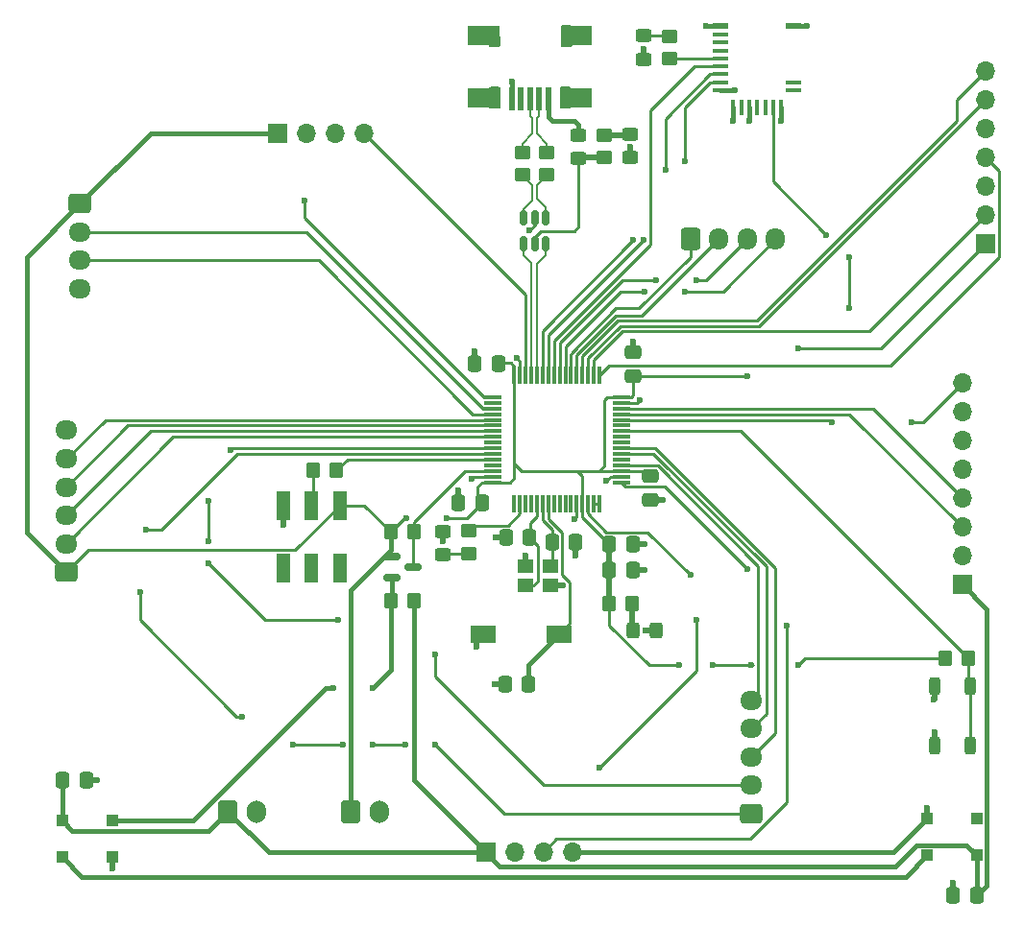
<source format=gbr>
%TF.GenerationSoftware,KiCad,Pcbnew,9.0.0*%
%TF.CreationDate,2025-05-06T12:21:15-06:00*%
%TF.ProjectId,2025_04_STM32F103_RobotBrain,32303235-5f30-4345-9f53-544d33324631,rev?*%
%TF.SameCoordinates,Original*%
%TF.FileFunction,Copper,L1,Top*%
%TF.FilePolarity,Positive*%
%FSLAX46Y46*%
G04 Gerber Fmt 4.6, Leading zero omitted, Abs format (unit mm)*
G04 Created by KiCad (PCBNEW 9.0.0) date 2025-05-06 12:21:15*
%MOMM*%
%LPD*%
G01*
G04 APERTURE LIST*
G04 Aperture macros list*
%AMRoundRect*
0 Rectangle with rounded corners*
0 $1 Rounding radius*
0 $2 $3 $4 $5 $6 $7 $8 $9 X,Y pos of 4 corners*
0 Add a 4 corners polygon primitive as box body*
4,1,4,$2,$3,$4,$5,$6,$7,$8,$9,$2,$3,0*
0 Add four circle primitives for the rounded corners*
1,1,$1+$1,$2,$3*
1,1,$1+$1,$4,$5*
1,1,$1+$1,$6,$7*
1,1,$1+$1,$8,$9*
0 Add four rect primitives between the rounded corners*
20,1,$1+$1,$2,$3,$4,$5,0*
20,1,$1+$1,$4,$5,$6,$7,0*
20,1,$1+$1,$6,$7,$8,$9,0*
20,1,$1+$1,$8,$9,$2,$3,0*%
G04 Aperture macros list end*
%TA.AperFunction,SMDPad,CuDef*%
%ADD10RoundRect,0.250000X-0.450000X0.350000X-0.450000X-0.350000X0.450000X-0.350000X0.450000X0.350000X0*%
%TD*%
%TA.AperFunction,SMDPad,CuDef*%
%ADD11RoundRect,0.075000X0.075000X-0.700000X0.075000X0.700000X-0.075000X0.700000X-0.075000X-0.700000X0*%
%TD*%
%TA.AperFunction,SMDPad,CuDef*%
%ADD12RoundRect,0.075000X0.700000X-0.075000X0.700000X0.075000X-0.700000X0.075000X-0.700000X-0.075000X0*%
%TD*%
%TA.AperFunction,SMDPad,CuDef*%
%ADD13RoundRect,0.250000X0.350000X0.450000X-0.350000X0.450000X-0.350000X-0.450000X0.350000X-0.450000X0*%
%TD*%
%TA.AperFunction,SMDPad,CuDef*%
%ADD14RoundRect,0.250000X0.450000X-0.350000X0.450000X0.350000X-0.450000X0.350000X-0.450000X-0.350000X0*%
%TD*%
%TA.AperFunction,SMDPad,CuDef*%
%ADD15RoundRect,0.250000X-0.337500X-0.475000X0.337500X-0.475000X0.337500X0.475000X-0.337500X0.475000X0*%
%TD*%
%TA.AperFunction,ComponentPad*%
%ADD16RoundRect,0.250000X-0.600000X-0.750000X0.600000X-0.750000X0.600000X0.750000X-0.600000X0.750000X0*%
%TD*%
%TA.AperFunction,ComponentPad*%
%ADD17O,1.700000X2.000000*%
%TD*%
%TA.AperFunction,ComponentPad*%
%ADD18R,1.700000X1.700000*%
%TD*%
%TA.AperFunction,ComponentPad*%
%ADD19O,1.700000X1.700000*%
%TD*%
%TA.AperFunction,ComponentPad*%
%ADD20RoundRect,0.250000X0.725000X-0.600000X0.725000X0.600000X-0.725000X0.600000X-0.725000X-0.600000X0*%
%TD*%
%TA.AperFunction,ComponentPad*%
%ADD21O,1.950000X1.700000*%
%TD*%
%TA.AperFunction,SMDPad,CuDef*%
%ADD22RoundRect,0.250000X0.450000X-0.325000X0.450000X0.325000X-0.450000X0.325000X-0.450000X-0.325000X0*%
%TD*%
%TA.AperFunction,SMDPad,CuDef*%
%ADD23RoundRect,0.150000X-0.587500X-0.150000X0.587500X-0.150000X0.587500X0.150000X-0.587500X0.150000X0*%
%TD*%
%TA.AperFunction,SMDPad,CuDef*%
%ADD24RoundRect,0.250000X-0.450000X0.325000X-0.450000X-0.325000X0.450000X-0.325000X0.450000X0.325000X0*%
%TD*%
%TA.AperFunction,SMDPad,CuDef*%
%ADD25RoundRect,0.250000X-0.350000X-0.450000X0.350000X-0.450000X0.350000X0.450000X-0.350000X0.450000X0*%
%TD*%
%TA.AperFunction,SMDPad,CuDef*%
%ADD26R,1.000000X1.000000*%
%TD*%
%TA.AperFunction,SMDPad,CuDef*%
%ADD27RoundRect,0.250000X0.337500X0.475000X-0.337500X0.475000X-0.337500X-0.475000X0.337500X-0.475000X0*%
%TD*%
%TA.AperFunction,ComponentPad*%
%ADD28RoundRect,0.250000X-0.725000X0.600000X-0.725000X-0.600000X0.725000X-0.600000X0.725000X0.600000X0*%
%TD*%
%TA.AperFunction,SMDPad,CuDef*%
%ADD29R,1.400000X0.600000*%
%TD*%
%TA.AperFunction,SMDPad,CuDef*%
%ADD30R,1.400000X0.400000*%
%TD*%
%TA.AperFunction,SMDPad,CuDef*%
%ADD31R,0.400000X1.400000*%
%TD*%
%TA.AperFunction,SMDPad,CuDef*%
%ADD32RoundRect,0.250000X-0.475000X0.337500X-0.475000X-0.337500X0.475000X-0.337500X0.475000X0.337500X0*%
%TD*%
%TA.AperFunction,SMDPad,CuDef*%
%ADD33RoundRect,0.150000X-0.150000X0.512500X-0.150000X-0.512500X0.150000X-0.512500X0.150000X0.512500X0*%
%TD*%
%TA.AperFunction,ComponentPad*%
%ADD34RoundRect,0.250000X-0.600000X-0.725000X0.600000X-0.725000X0.600000X0.725000X-0.600000X0.725000X0*%
%TD*%
%TA.AperFunction,ComponentPad*%
%ADD35O,1.700000X1.950000*%
%TD*%
%TA.AperFunction,SMDPad,CuDef*%
%ADD36R,1.400000X1.200000*%
%TD*%
%TA.AperFunction,SMDPad,CuDef*%
%ADD37R,2.300000X1.500000*%
%TD*%
%TA.AperFunction,SMDPad,CuDef*%
%ADD38RoundRect,0.250000X0.325000X0.450000X-0.325000X0.450000X-0.325000X-0.450000X0.325000X-0.450000X0*%
%TD*%
%TA.AperFunction,SMDPad,CuDef*%
%ADD39RoundRect,0.250000X0.475000X-0.337500X0.475000X0.337500X-0.475000X0.337500X-0.475000X-0.337500X0*%
%TD*%
%TA.AperFunction,SMDPad,CuDef*%
%ADD40RoundRect,0.250000X-0.250000X0.525000X-0.250000X-0.525000X0.250000X-0.525000X0.250000X0.525000X0*%
%TD*%
%TA.AperFunction,SMDPad,CuDef*%
%ADD41R,1.200000X2.500000*%
%TD*%
%TA.AperFunction,SMDPad,CuDef*%
%ADD42R,0.500000X2.000000*%
%TD*%
%TA.AperFunction,SMDPad,CuDef*%
%ADD43R,2.000000X1.700000*%
%TD*%
%TA.AperFunction,ViaPad*%
%ADD44C,0.600000*%
%TD*%
%TA.AperFunction,Conductor*%
%ADD45C,0.254000*%
%TD*%
%TA.AperFunction,Conductor*%
%ADD46C,0.381000*%
%TD*%
%TA.AperFunction,Conductor*%
%ADD47C,0.508000*%
%TD*%
%TA.AperFunction,Conductor*%
%ADD48C,0.200000*%
%TD*%
G04 APERTURE END LIST*
D10*
%TO.P,R2,1*%
%TO.N,/D+*%
X137680000Y-41715000D03*
%TO.P,R2,2*%
%TO.N,/USB_CONN_D+*%
X137680000Y-43715000D03*
%TD*%
D11*
%TO.P,U1,1,VBAT*%
%TO.N,unconnected-(U1-VBAT-Pad1)*%
X136990000Y-72760000D03*
%TO.P,U1,2,PC13*%
%TO.N,/USER_LED*%
X137490000Y-72760000D03*
%TO.P,U1,3,PC14*%
%TO.N,unconnected-(U1-PC14-Pad3)*%
X137990000Y-72760000D03*
%TO.P,U1,4,PC15*%
%TO.N,unconnected-(U1-PC15-Pad4)*%
X138490000Y-72760000D03*
%TO.P,U1,5,RCC_OSC_IN*%
%TO.N,/OSC_IN*%
X138990000Y-72760000D03*
%TO.P,U1,6,RCC_OSC_OUT*%
%TO.N,/OSC_OUT*%
X139490000Y-72760000D03*
%TO.P,U1,7,NRST*%
%TO.N,/RESET*%
X139990000Y-72760000D03*
%TO.P,U1,8,PC0*%
%TO.N,unconnected-(U1-PC0-Pad8)*%
X140490000Y-72760000D03*
%TO.P,U1,9,PC1*%
%TO.N,unconnected-(U1-PC1-Pad9)*%
X140990000Y-72760000D03*
%TO.P,U1,10,PC2*%
%TO.N,unconnected-(U1-PC2-Pad10)*%
X141490000Y-72760000D03*
%TO.P,U1,11,PC3*%
%TO.N,unconnected-(U1-PC3-Pad11)*%
X141990000Y-72760000D03*
%TO.P,U1,12,VSSA*%
%TO.N,GND*%
X142490000Y-72760000D03*
%TO.P,U1,13,VDDA*%
%TO.N,+3V3*%
X142990000Y-72760000D03*
%TO.P,U1,14,PA0*%
%TO.N,/ULTRA_TRIG*%
X143490000Y-72760000D03*
%TO.P,U1,15,PA1*%
%TO.N,Net-(U1-PA1)*%
X143990000Y-72760000D03*
%TO.P,U1,16,PA2*%
X144490000Y-72760000D03*
D12*
%TO.P,U1,17,PA3*%
%TO.N,/ULTRA_ECHO*%
X146415000Y-70835000D03*
%TO.P,U1,18,VSS*%
%TO.N,GND*%
X146415000Y-70335000D03*
%TO.P,U1,19,VDD*%
%TO.N,+3V3*%
X146415000Y-69835000D03*
%TO.P,U1,20,PA4*%
%TO.N,/PWR_ADC*%
X146415000Y-69335000D03*
%TO.P,U1,21,PA5*%
%TO.N,unconnected-(U1-PA5-Pad21)*%
X146415000Y-68835000D03*
%TO.P,U1,22,PA6*%
%TO.N,/E1B*%
X146415000Y-68335000D03*
%TO.P,U1,23,PA7*%
%TO.N,/E1A*%
X146415000Y-67835000D03*
%TO.P,U1,24,PC4*%
%TO.N,unconnected-(U1-PC4-Pad24)*%
X146415000Y-67335000D03*
%TO.P,U1,25,PC5*%
%TO.N,unconnected-(U1-PC5-Pad25)*%
X146415000Y-66835000D03*
%TO.P,U1,26,PB0*%
%TO.N,/uBUTTON*%
X146415000Y-66335000D03*
%TO.P,U1,27,PB1*%
%TO.N,unconnected-(U1-PB1-Pad27)*%
X146415000Y-65835000D03*
%TO.P,U1,28,PB2*%
%TO.N,/IMU_INT*%
X146415000Y-65335000D03*
%TO.P,U1,29,PB10*%
%TO.N,/IMU_I2C_SCL*%
X146415000Y-64835000D03*
%TO.P,U1,30,PB11*%
%TO.N,/IMU_I2C_SDA*%
X146415000Y-64335000D03*
%TO.P,U1,31,VSS*%
%TO.N,GND*%
X146415000Y-63835000D03*
%TO.P,U1,32,VDD*%
%TO.N,+3V3*%
X146415000Y-63335000D03*
D11*
%TO.P,U1,33,PB12*%
%TO.N,/PS2_CS*%
X144490000Y-61410000D03*
%TO.P,U1,34,PB13*%
%TO.N,/PS2_SCK*%
X143990000Y-61410000D03*
%TO.P,U1,35,PB14*%
%TO.N,/PS2_MISO*%
X143490000Y-61410000D03*
%TO.P,U1,36,PB15*%
%TO.N,/PS2_MOSI*%
X142990000Y-61410000D03*
%TO.P,U1,37,PC6*%
%TO.N,/AN1*%
X142490000Y-61410000D03*
%TO.P,U1,38,PC7*%
%TO.N,/AN2*%
X141990000Y-61410000D03*
%TO.P,U1,39,PC8*%
%TO.N,/BN1*%
X141490000Y-61410000D03*
%TO.P,U1,40,PC9*%
%TO.N,/BN2*%
X140990000Y-61410000D03*
%TO.P,U1,41,PA8*%
%TO.N,/BL_WAKEUP*%
X140490000Y-61410000D03*
%TO.P,U1,42,PA9*%
%TO.N,/BL_RX*%
X139990000Y-61410000D03*
%TO.P,U1,43,PA10*%
%TO.N,/BL_TX*%
X139490000Y-61410000D03*
%TO.P,U1,44,USB_DM*%
%TO.N,/USB_D-*%
X138990000Y-61410000D03*
%TO.P,U1,45,USB_DP*%
%TO.N,/USB_D+*%
X138490000Y-61410000D03*
%TO.P,U1,46,SYS_JTMS-SWDIO*%
%TO.N,/SWDIO*%
X137990000Y-61410000D03*
%TO.P,U1,47,VSS*%
%TO.N,GND*%
X137490000Y-61410000D03*
%TO.P,U1,48,VDD*%
%TO.N,+3V3*%
X136990000Y-61410000D03*
D12*
%TO.P,U1,49,SYS_JTCK-SWCLK*%
%TO.N,/SWCLK*%
X135065000Y-63335000D03*
%TO.P,U1,50,PA15*%
%TO.N,unconnected-(U1-PA15-Pad50)*%
X135065000Y-63835000D03*
%TO.P,U1,51,PC10*%
%TO.N,/USER_TX*%
X135065000Y-64335000D03*
%TO.P,U1,52,PC11*%
%TO.N,/USER_RX*%
X135065000Y-64835000D03*
%TO.P,U1,53,PC12*%
%TO.N,/X4*%
X135065000Y-65335000D03*
%TO.P,U1,54,PD2*%
%TO.N,/X3*%
X135065000Y-65835000D03*
%TO.P,U1,55,PB3*%
%TO.N,/X2*%
X135065000Y-66335000D03*
%TO.P,U1,56,PB4*%
%TO.N,/X1*%
X135065000Y-66835000D03*
%TO.P,U1,57,PB5*%
%TO.N,unconnected-(U1-PB5-Pad57)*%
X135065000Y-67335000D03*
%TO.P,U1,58,PB6*%
%TO.N,/E2B*%
X135065000Y-67835000D03*
%TO.P,U1,59,PB7*%
%TO.N,/E2A*%
X135065000Y-68335000D03*
%TO.P,U1,60,BOOT0*%
%TO.N,/BOOT*%
X135065000Y-68835000D03*
%TO.P,U1,61,PB8*%
%TO.N,unconnected-(U1-PB8-Pad61)*%
X135065000Y-69335000D03*
%TO.P,U1,62,PB9*%
%TO.N,/RGB_DIN*%
X135065000Y-69835000D03*
%TO.P,U1,63,VSS*%
%TO.N,GND*%
X135065000Y-70335000D03*
%TO.P,U1,64,VDD*%
%TO.N,+3V3*%
X135065000Y-70835000D03*
%TD*%
D13*
%TO.P,R9,1*%
%TO.N,+5V*%
X128117500Y-81300000D03*
%TO.P,R9,2*%
%TO.N,Net-(LED1-DIN)*%
X126117500Y-81300000D03*
%TD*%
D14*
%TO.P,R3,1*%
%TO.N,/USB_CONN_D-*%
X139860000Y-43735000D03*
%TO.P,R3,2*%
%TO.N,/D-*%
X139860000Y-41735000D03*
%TD*%
D15*
%TO.P,C12,1*%
%TO.N,+5V*%
X97200000Y-97150000D03*
%TO.P,C12,2*%
%TO.N,GND*%
X99275000Y-97150000D03*
%TD*%
D16*
%TO.P,J6,1,Pin_1*%
%TO.N,+3V3*%
X122580000Y-99900000D03*
D17*
%TO.P,J6,2,Pin_2*%
%TO.N,GND*%
X125080000Y-99900000D03*
%TD*%
D18*
%TO.P,J9,1,Pin_1*%
%TO.N,+3V3*%
X178500000Y-49800000D03*
D19*
%TO.P,J9,2,Pin_2*%
%TO.N,/PS2_SCK*%
X178500000Y-47260000D03*
%TO.P,J9,3,Pin_3*%
%TO.N,unconnected-(J9-Pin_3-Pad3)*%
X178500000Y-44720000D03*
%TO.P,J9,4,Pin_4*%
%TO.N,/PS2_CS*%
X178500000Y-42180000D03*
%TO.P,J9,5,Pin_5*%
%TO.N,GND*%
X178500000Y-39640000D03*
%TO.P,J9,6,Pin_6*%
%TO.N,/PS2_MISO*%
X178500000Y-37100000D03*
%TO.P,J9,7,Pin_7*%
%TO.N,/PS2_MOSI*%
X178500000Y-34560000D03*
%TD*%
D20*
%TO.P,J8,1,Pin_1*%
%TO.N,/E2A*%
X157890000Y-100070000D03*
D21*
%TO.P,J8,2,Pin_2*%
%TO.N,/E2B*%
X157890000Y-97570000D03*
%TO.P,J8,3,Pin_3*%
%TO.N,/E1A*%
X157890000Y-95070000D03*
%TO.P,J8,4,Pin_4*%
%TO.N,/E1B*%
X157890000Y-92570000D03*
%TO.P,J8,5,Pin_5*%
%TO.N,/PWR_ADC*%
X157890000Y-90070000D03*
%TD*%
D18*
%TO.P,J2,1,Pin_1*%
%TO.N,+5V*%
X176465000Y-79835000D03*
D19*
%TO.P,J2,2,Pin_2*%
%TO.N,GND*%
X176465000Y-77295000D03*
%TO.P,J2,3,Pin_3*%
%TO.N,/IMU_I2C_SCL*%
X176465000Y-74755000D03*
%TO.P,J2,4,Pin_4*%
%TO.N,/IMU_I2C_SDA*%
X176465000Y-72215000D03*
%TO.P,J2,5,Pin_5*%
%TO.N,unconnected-(J2-Pin_5-Pad5)*%
X176465000Y-69675000D03*
%TO.P,J2,6,Pin_6*%
%TO.N,unconnected-(J2-Pin_6-Pad6)*%
X176465000Y-67135000D03*
%TO.P,J2,7,Pin_7*%
%TO.N,unconnected-(J2-Pin_7-Pad7)*%
X176465000Y-64595000D03*
%TO.P,J2,8,Pin_8*%
%TO.N,/IMU_INT*%
X176465000Y-62055000D03*
%TD*%
D22*
%TO.P,D4,1,K*%
%TO.N,GND*%
X148410000Y-33500000D03*
%TO.P,D4,2,A*%
%TO.N,Net-(D4-A)*%
X148410000Y-31450000D03*
%TD*%
D23*
%TO.P,Q1,1,G*%
%TO.N,+3V3*%
X126210000Y-77360000D03*
%TO.P,Q1,2,S*%
%TO.N,Net-(LED1-DIN)*%
X126210000Y-79260000D03*
%TO.P,Q1,3,D*%
%TO.N,/RGB_DIN*%
X128085000Y-78310000D03*
%TD*%
D24*
%TO.P,D3,1,K*%
%TO.N,GND*%
X130690000Y-75155000D03*
%TO.P,D3,2,A*%
%TO.N,Net-(D3-A)*%
X130690000Y-77205000D03*
%TD*%
D25*
%TO.P,R5,1*%
%TO.N,+3V3*%
X145347500Y-81570000D03*
%TO.P,R5,2*%
%TO.N,Net-(D2-A)*%
X147347500Y-81570000D03*
%TD*%
D26*
%TO.P,LED1,1,VDD*%
%TO.N,+5V*%
X97150000Y-100700000D03*
%TO.P,LED1,2,DOUT*%
%TO.N,Net-(LED1-DOUT)*%
X97150000Y-103900000D03*
%TO.P,LED1,3,VSS*%
%TO.N,GND*%
X101550000Y-103900000D03*
%TO.P,LED1,4,DIN*%
%TO.N,Net-(LED1-DIN)*%
X101550000Y-100700000D03*
%TD*%
D24*
%TO.P,F1,1*%
%TO.N,Net-(J1-VBUS)*%
X142670000Y-40210000D03*
%TO.P,F1,2*%
%TO.N,Vusb*%
X142670000Y-42260000D03*
%TD*%
D27*
%TO.P,C9,1*%
%TO.N,/OSC_IN*%
X138337500Y-75730000D03*
%TO.P,C9,2*%
%TO.N,GND*%
X136262500Y-75730000D03*
%TD*%
D13*
%TO.P,R10,1*%
%TO.N,/RGB_DIN*%
X128117500Y-75210000D03*
%TO.P,R10,2*%
%TO.N,+3V3*%
X126117500Y-75210000D03*
%TD*%
D18*
%TO.P,J4,1,Pin_1*%
%TO.N,+3V3*%
X116160000Y-40040000D03*
D19*
%TO.P,J4,2,Pin_2*%
%TO.N,/SWCLK*%
X118700000Y-40040000D03*
%TO.P,J4,3,Pin_3*%
%TO.N,GND*%
X121240000Y-40040000D03*
%TO.P,J4,4,Pin_4*%
%TO.N,/SWDIO*%
X123780000Y-40040000D03*
%TD*%
D25*
%TO.P,R8,1*%
%TO.N,+3V3*%
X175000000Y-86410000D03*
%TO.P,R8,2*%
%TO.N,/uBUTTON*%
X177000000Y-86410000D03*
%TD*%
D28*
%TO.P,J11,1,Pin_1*%
%TO.N,+3V3*%
X98720000Y-46270000D03*
D21*
%TO.P,J11,2,Pin_2*%
%TO.N,/USER_TX*%
X98720000Y-48770000D03*
%TO.P,J11,3,Pin_3*%
%TO.N,/USER_RX*%
X98720000Y-51270000D03*
%TO.P,J11,4,Pin_4*%
%TO.N,GND*%
X98720000Y-53770000D03*
%TD*%
D29*
%TO.P,MDBT42T-AT1,1,GND@1*%
%TO.N,GND*%
X155200000Y-30540000D03*
D30*
%TO.P,MDBT42T-AT1,2,NC@2*%
%TO.N,unconnected-(MDBT42T-AT1-NC@2-Pad2)*%
X155200000Y-31340000D03*
%TO.P,MDBT42T-AT1,3,NC@3*%
%TO.N,unconnected-(MDBT42T-AT1-NC@3-Pad3)*%
X155200000Y-32040000D03*
%TO.P,MDBT42T-AT1,4,RESET*%
%TO.N,unconnected-(MDBT42T-AT1-RESET-Pad4)*%
X155200000Y-32740000D03*
%TO.P,MDBT42T-AT1,5,INDICATOR*%
%TO.N,Net-(MDBT42T-AT1-INDICATOR)*%
X155200000Y-33440000D03*
%TO.P,MDBT42T-AT1,6,WAKEUP*%
%TO.N,/BL_WAKEUP*%
X155200000Y-34140000D03*
%TO.P,MDBT42T-AT1,7,TX*%
%TO.N,/BL_TX*%
X155200000Y-34840000D03*
%TO.P,MDBT42T-AT1,8,RX*%
%TO.N,/BL_RX*%
X155200000Y-35540000D03*
%TO.P,MDBT42T-AT1,9,UART_PD*%
%TO.N,GND*%
X155200000Y-36240000D03*
D31*
%TO.P,MDBT42T-AT1,10,GND@10*%
X156300000Y-37740000D03*
%TO.P,MDBT42T-AT1,11,ADC*%
%TO.N,unconnected-(MDBT42T-AT1-ADC-Pad11)*%
X157000000Y-37740000D03*
%TO.P,MDBT42T-AT1,12,FLASH_DEFAULT*%
%TO.N,GND*%
X157700000Y-37740000D03*
%TO.P,MDBT42T-AT1,13,RTS/XL2*%
%TO.N,unconnected-(MDBT42T-AT1-RTS{slash}XL2-Pad13)*%
X158400000Y-37740000D03*
%TO.P,MDBT42T-AT1,14,CTS/XL1*%
%TO.N,unconnected-(MDBT42T-AT1-CTS{slash}XL1-Pad14)*%
X159100000Y-37740000D03*
%TO.P,MDBT42T-AT1,15,VDD*%
%TO.N,+3V3*%
X159800000Y-37740000D03*
%TO.P,MDBT42T-AT1,16,GND@16*%
%TO.N,GND*%
X160500000Y-37740000D03*
D30*
%TO.P,MDBT42T-AT1,17,DCC*%
%TO.N,unconnected-(MDBT42T-AT1-DCC-Pad17)*%
X161600000Y-36240000D03*
%TO.P,MDBT42T-AT1,18,DEC4*%
%TO.N,unconnected-(MDBT42T-AT1-DEC4-Pad18)*%
X161600000Y-35540000D03*
D29*
%TO.P,MDBT42T-AT1,19,GND@19*%
%TO.N,GND*%
X161600000Y-30540000D03*
%TD*%
D27*
%TO.P,C2,1*%
%TO.N,+3V3*%
X135577500Y-60340000D03*
%TO.P,C2,2*%
%TO.N,GND*%
X133502500Y-60340000D03*
%TD*%
D10*
%TO.P,R6,1*%
%TO.N,/USER_LED*%
X132960000Y-75150000D03*
%TO.P,R6,2*%
%TO.N,Net-(D3-A)*%
X132960000Y-77150000D03*
%TD*%
D14*
%TO.P,R7,1*%
%TO.N,Net-(MDBT42T-AT1-INDICATOR)*%
X150640000Y-33475000D03*
%TO.P,R7,2*%
%TO.N,Net-(D4-A)*%
X150640000Y-31475000D03*
%TD*%
D32*
%TO.P,C4,1*%
%TO.N,+3V3*%
X148960000Y-70302500D03*
%TO.P,C4,2*%
%TO.N,GND*%
X148960000Y-72377500D03*
%TD*%
D33*
%TO.P,U2,1,I/O1*%
%TO.N,/USB_CONN_D-*%
X139730000Y-47510000D03*
%TO.P,U2,2,GND*%
%TO.N,GND*%
X138780000Y-47510000D03*
%TO.P,U2,3,I/O2*%
%TO.N,/USB_CONN_D+*%
X137830000Y-47510000D03*
%TO.P,U2,4,I/O2*%
%TO.N,/USB_D+*%
X137830000Y-49785000D03*
%TO.P,U2,5,VBUS*%
%TO.N,Vusb*%
X138780000Y-49785000D03*
%TO.P,U2,6,I/O1*%
%TO.N,/USB_D-*%
X139730000Y-49785000D03*
%TD*%
D15*
%TO.P,C5,1*%
%TO.N,+3V3*%
X145352500Y-76290000D03*
%TO.P,C5,2*%
%TO.N,GND*%
X147427500Y-76290000D03*
%TD*%
D18*
%TO.P,J3,1,Pin_1*%
%TO.N,+5V*%
X134460000Y-103485000D03*
D19*
%TO.P,J3,2,Pin_2*%
%TO.N,/ULTRA_TRIG*%
X137000000Y-103485000D03*
%TO.P,J3,3,Pin_3*%
%TO.N,/ULTRA_ECHO*%
X139540000Y-103485000D03*
%TO.P,J3,4,Pin_4*%
%TO.N,GND*%
X142080000Y-103485000D03*
%TD*%
D34*
%TO.P,J7,1,Pin_1*%
%TO.N,/AN2*%
X152510000Y-49370000D03*
D35*
%TO.P,J7,2,Pin_2*%
%TO.N,/AN1*%
X155010000Y-49370000D03*
%TO.P,J7,3,Pin_3*%
%TO.N,/BN2*%
X157510000Y-49370000D03*
%TO.P,J7,4,Pin_4*%
%TO.N,/BN1*%
X160010000Y-49370000D03*
%TD*%
D36*
%TO.P,Y2,1,1*%
%TO.N,/OSC_IN*%
X137952500Y-79920000D03*
%TO.P,Y2,2,2*%
%TO.N,GND*%
X140152500Y-79920000D03*
%TO.P,Y2,3,3*%
%TO.N,/OSC_OUT*%
X140152500Y-78220000D03*
%TO.P,Y2,4,4*%
%TO.N,GND*%
X137952500Y-78220000D03*
%TD*%
D37*
%TO.P,SW1,1,A*%
%TO.N,GND*%
X134220000Y-84280000D03*
%TO.P,SW1,2,B*%
%TO.N,/RESET*%
X140920000Y-84280000D03*
%TD*%
D15*
%TO.P,C6,1*%
%TO.N,+3V3*%
X145352500Y-78580000D03*
%TO.P,C6,2*%
%TO.N,GND*%
X147427500Y-78580000D03*
%TD*%
D16*
%TO.P,J5,1,Pin_1*%
%TO.N,+5V*%
X111750000Y-99875000D03*
D17*
%TO.P,J5,2,Pin_2*%
%TO.N,GND*%
X114250000Y-99875000D03*
%TD*%
D38*
%TO.P,D2,1,K*%
%TO.N,GND*%
X149492500Y-83950000D03*
%TO.P,D2,2,A*%
%TO.N,Net-(D2-A)*%
X147442500Y-83950000D03*
%TD*%
D27*
%TO.P,C1,1*%
%TO.N,+3V3*%
X134137500Y-72690000D03*
%TO.P,C1,2*%
%TO.N,GND*%
X132062500Y-72690000D03*
%TD*%
D26*
%TO.P,LED2,1,VDD*%
%TO.N,+5V*%
X177760000Y-103740000D03*
%TO.P,LED2,2,DOUT*%
%TO.N,unconnected-(LED2-DOUT-Pad2)*%
X177760000Y-100540000D03*
%TO.P,LED2,3,VSS*%
%TO.N,GND*%
X173360000Y-100540000D03*
%TO.P,LED2,4,DIN*%
%TO.N,Net-(LED1-DOUT)*%
X173360000Y-103740000D03*
%TD*%
D15*
%TO.P,C8,1*%
%TO.N,/OSC_OUT*%
X140312500Y-76140000D03*
%TO.P,C8,2*%
%TO.N,GND*%
X142387500Y-76140000D03*
%TD*%
D13*
%TO.P,R1,1*%
%TO.N,/BOOT*%
X121300000Y-69810000D03*
%TO.P,R1,2*%
%TO.N,Net-(R1-Pad2)*%
X119300000Y-69810000D03*
%TD*%
D20*
%TO.P,J10,1,Pin_1*%
%TO.N,+3V3*%
X97510000Y-78760000D03*
D21*
%TO.P,J10,2,Pin_2*%
%TO.N,/X1*%
X97510000Y-76260000D03*
%TO.P,J10,3,Pin_3*%
%TO.N,/X2*%
X97510000Y-73760000D03*
%TO.P,J10,4,Pin_4*%
%TO.N,/X3*%
X97510000Y-71260000D03*
%TO.P,J10,5,Pin_5*%
%TO.N,/X4*%
X97510000Y-68760000D03*
%TO.P,J10,6,Pin_6*%
%TO.N,GND*%
X97510000Y-66260000D03*
%TD*%
D39*
%TO.P,C3,1*%
%TO.N,+3V3*%
X147470000Y-61457500D03*
%TO.P,C3,2*%
%TO.N,GND*%
X147470000Y-59382500D03*
%TD*%
D40*
%TO.P,SW2,1,A*%
%TO.N,/uBUTTON*%
X177200000Y-88835000D03*
X177200000Y-94085000D03*
%TO.P,SW2,2,B*%
%TO.N,GND*%
X174000000Y-88835000D03*
X174000000Y-94085000D03*
%TD*%
D22*
%TO.P,D1,1,K*%
%TO.N,GND*%
X147160000Y-42210000D03*
%TO.P,D1,2,A*%
%TO.N,Net-(D1-A)*%
X147160000Y-40160000D03*
%TD*%
D41*
%TO.P,S1,1*%
%TO.N,+3V3*%
X121610000Y-72880000D03*
%TO.P,S1,2*%
%TO.N,Net-(R1-Pad2)*%
X119110000Y-72880000D03*
%TO.P,S1,3*%
%TO.N,GND*%
X116610000Y-72880000D03*
%TO.P,S1,4*%
%TO.N,unconnected-(S1-Pad4)*%
X121610000Y-78380000D03*
%TO.P,S1,5*%
%TO.N,unconnected-(S1-Pad5)*%
X119110000Y-78380000D03*
%TO.P,S1,6*%
%TO.N,unconnected-(S1-Pad6)*%
X116610000Y-78380000D03*
%TD*%
D27*
%TO.P,C11,1*%
%TO.N,+5V*%
X177747500Y-107320000D03*
%TO.P,C11,2*%
%TO.N,GND*%
X175672500Y-107320000D03*
%TD*%
D42*
%TO.P,J1,1,VBUS*%
%TO.N,Net-(J1-VBUS)*%
X139980000Y-37000000D03*
%TO.P,J1,2,D-*%
%TO.N,/D-*%
X139180000Y-37000000D03*
%TO.P,J1,3,D+*%
%TO.N,/D+*%
X138380000Y-37000000D03*
%TO.P,J1,4,ID*%
%TO.N,unconnected-(J1-ID-Pad4)*%
X137580000Y-37000000D03*
%TO.P,J1,5,GND*%
%TO.N,GND*%
X136780000Y-37000000D03*
D43*
%TO.P,J1,6,Shield*%
X142830000Y-36900000D03*
X142830000Y-31450000D03*
X133930000Y-36900000D03*
X133930000Y-31450000D03*
%TD*%
D27*
%TO.P,C7,1*%
%TO.N,/RESET*%
X138247500Y-88630000D03*
%TO.P,C7,2*%
%TO.N,GND*%
X136172500Y-88630000D03*
%TD*%
D14*
%TO.P,R4,1*%
%TO.N,Vusb*%
X144880000Y-42215000D03*
%TO.P,R4,2*%
%TO.N,Net-(D1-A)*%
X144880000Y-40215000D03*
%TD*%
D44*
%TO.N,+3V3*%
X162000000Y-87000000D03*
X166500000Y-51000000D03*
X157873000Y-87000000D03*
X131000000Y-74000000D03*
X162000000Y-59000000D03*
X166500000Y-55500000D03*
X157500000Y-61500000D03*
X164500000Y-49000000D03*
X127500000Y-74000000D03*
X154500000Y-87000000D03*
X151500000Y-87000000D03*
%TO.N,GND*%
X135300000Y-31060000D03*
X135310000Y-31970000D03*
X138320000Y-48630000D03*
X101550000Y-104940000D03*
X136780000Y-35480000D03*
X137200000Y-59890000D03*
X135310000Y-36460000D03*
X100250000Y-97140000D03*
X148430000Y-76280000D03*
X133260000Y-70570000D03*
X160490000Y-38990000D03*
X156300000Y-38970000D03*
X135310000Y-75730000D03*
X141240000Y-79920000D03*
X116610000Y-74610000D03*
X162820000Y-30550000D03*
X150070000Y-72380000D03*
X174000000Y-92900000D03*
X132070000Y-71580000D03*
X133640000Y-85390000D03*
X141410000Y-36420000D03*
X145110000Y-70690000D03*
X173350000Y-99580000D03*
X153880000Y-30560000D03*
X148580000Y-83950000D03*
X135220000Y-88640000D03*
X141420000Y-37150000D03*
X141430000Y-31900000D03*
X141430000Y-31090000D03*
X157700000Y-38950000D03*
X175680000Y-106180000D03*
X148460000Y-78570000D03*
X137960000Y-77270000D03*
X148070000Y-63560000D03*
X148400000Y-32585000D03*
X156420000Y-36240000D03*
X130690000Y-76070000D03*
X133510000Y-59260000D03*
X142390000Y-77290000D03*
X173990000Y-90010000D03*
X142300000Y-74080000D03*
X147470000Y-58420000D03*
X135310000Y-37250000D03*
X147170000Y-41280000D03*
%TO.N,/IMU_INT*%
X165000000Y-65500000D03*
X172000000Y-65500000D03*
%TO.N,/BL_RX*%
X148373000Y-49484910D03*
X152000000Y-42500000D03*
%TO.N,/BL_TX*%
X147485599Y-49485599D03*
X150306644Y-43306644D03*
%TO.N,/ULTRA_TRIG*%
X152500000Y-79000000D03*
X153000000Y-83000000D03*
X144500000Y-96000000D03*
%TO.N,/ULTRA_ECHO*%
X161000000Y-83500000D03*
X157500000Y-78500000D03*
%TO.N,/SWCLK*%
X118500000Y-46000000D03*
%TO.N,/BN1*%
X148500000Y-54000000D03*
X152000000Y-54000000D03*
%TO.N,/BN2*%
X149500000Y-53000000D03*
X153000000Y-53000000D03*
%TO.N,/E2A*%
X124500000Y-94000000D03*
X127427000Y-94000000D03*
X104000000Y-80500000D03*
X130000000Y-94000000D03*
X104500000Y-75000000D03*
X117500000Y-94000000D03*
X113000000Y-91500000D03*
X121889500Y-94000000D03*
%TO.N,/E2B*%
X110000000Y-78000000D03*
X112000000Y-68000000D03*
X110000000Y-76000000D03*
X110000000Y-72500000D03*
X130000000Y-86000000D03*
X121500000Y-83000000D03*
%TO.N,Net-(LED1-DIN)*%
X124500000Y-89000000D03*
X121000000Y-89000000D03*
%TD*%
D45*
%TO.N,/PS2_SCK*%
X178500000Y-47260000D02*
X168260000Y-57500000D01*
X146500000Y-57500000D02*
X143990000Y-60010000D01*
X168260000Y-57500000D02*
X146500000Y-57500000D01*
X143990000Y-60010000D02*
X143990000Y-61410000D01*
%TO.N,/PS2_MISO*%
X158555000Y-57045000D02*
X146311532Y-57045000D01*
X178500000Y-37100000D02*
X158555000Y-57045000D01*
X146311532Y-57045000D02*
X143490000Y-59866532D01*
X143490000Y-59866532D02*
X143490000Y-61410000D01*
%TO.N,/PS2_CS*%
X179678000Y-50978000D02*
X170114000Y-60542000D01*
X179678000Y-43358000D02*
X179678000Y-50978000D01*
X145358000Y-60542000D02*
X144490000Y-61410000D01*
X170114000Y-60542000D02*
X145358000Y-60542000D01*
X178500000Y-42180000D02*
X179678000Y-43358000D01*
%TO.N,/PS2_MOSI*%
X178500000Y-34560000D02*
X175978266Y-37081734D01*
X142990000Y-59723065D02*
X142990000Y-61410000D01*
X146123065Y-56590000D02*
X142990000Y-59723065D01*
X158366532Y-56590000D02*
X146123065Y-56590000D01*
X175978266Y-38978266D02*
X158366532Y-56590000D01*
X175978266Y-37081734D02*
X175978266Y-38978266D01*
%TO.N,Net-(U1-PA1)*%
X143990000Y-72760000D02*
X144490000Y-72760000D01*
%TO.N,/X4*%
X100935000Y-65335000D02*
X135065000Y-65335000D01*
X97510000Y-68760000D02*
X100935000Y-65335000D01*
%TO.N,/X3*%
X135065000Y-65835000D02*
X102935000Y-65835000D01*
X102935000Y-65835000D02*
X97510000Y-71260000D01*
%TO.N,/X1*%
X135065000Y-66835000D02*
X106935000Y-66835000D01*
X106935000Y-66835000D02*
X97510000Y-76260000D01*
%TO.N,/X2*%
X135065000Y-66335000D02*
X104935000Y-66335000D01*
X104935000Y-66335000D02*
X97510000Y-73760000D01*
%TO.N,/USER_TX*%
X118652992Y-48770000D02*
X98720000Y-48770000D01*
X134217992Y-64335000D02*
X118652992Y-48770000D01*
X135065000Y-64335000D02*
X134217992Y-64335000D01*
%TO.N,/USER_RX*%
X119770000Y-51270000D02*
X133335000Y-64835000D01*
X133335000Y-64835000D02*
X135065000Y-64835000D01*
X98720000Y-51270000D02*
X119770000Y-51270000D01*
%TO.N,/RESET*%
X139990000Y-72760000D02*
X139990000Y-74066532D01*
D46*
X138247500Y-86952500D02*
X140920000Y-84280000D01*
D45*
X139990000Y-74066532D02*
X141228000Y-75304532D01*
X141868000Y-79659873D02*
X141868000Y-83332000D01*
D46*
X138247500Y-88630000D02*
X138247500Y-86952500D01*
D45*
X141868000Y-83332000D02*
X140920000Y-84280000D01*
X141228000Y-75304532D02*
X141228000Y-79019873D01*
X141228000Y-79019873D02*
X141868000Y-79659873D01*
%TO.N,+3V3*%
X117688000Y-76802000D02*
X99468000Y-76802000D01*
X147295000Y-63335000D02*
X147470000Y-63160000D01*
D46*
X98720000Y-46270000D02*
X94000000Y-50990000D01*
X122580000Y-99900000D02*
X122580000Y-80327500D01*
D45*
X133780000Y-71210000D02*
X133780000Y-72332500D01*
X159800000Y-44300000D02*
X164500000Y-49000000D01*
D47*
X145352500Y-78580000D02*
X145352500Y-76290000D01*
D46*
X94000000Y-75250000D02*
X97510000Y-78760000D01*
D45*
X148492500Y-69835000D02*
X148960000Y-70302500D01*
X147470000Y-63160000D02*
X147470000Y-61457500D01*
X99468000Y-76802000D02*
X97510000Y-78760000D01*
X142990000Y-72760000D02*
X142990000Y-70305000D01*
X121610000Y-72880000D02*
X123787500Y-72880000D01*
D46*
X104950000Y-40040000D02*
X98720000Y-46270000D01*
D45*
X148893158Y-87000000D02*
X145347500Y-83454342D01*
D46*
X94000000Y-50990000D02*
X94000000Y-75250000D01*
D45*
X142990000Y-70305000D02*
X142520000Y-69835000D01*
D46*
X122580000Y-80327500D02*
X126117500Y-76790000D01*
D45*
X127500000Y-74000000D02*
X127327500Y-74000000D01*
X136660000Y-60270000D02*
X135647500Y-60270000D01*
X126117500Y-75210000D02*
X126117500Y-77267500D01*
X178500000Y-49800000D02*
X169300000Y-59000000D01*
X136990000Y-61410000D02*
X136990000Y-60600000D01*
X144930000Y-69385000D02*
X144480000Y-69835000D01*
X142990000Y-73927500D02*
X145352500Y-76290000D01*
X145155000Y-63335000D02*
X144930000Y-63560000D01*
X123787500Y-72880000D02*
X126117500Y-75210000D01*
X136990000Y-60600000D02*
X136660000Y-60270000D01*
X157457500Y-61457500D02*
X147470000Y-61457500D01*
X166500000Y-51000000D02*
X166500000Y-55500000D01*
X144480000Y-69835000D02*
X142520000Y-69835000D01*
X162590000Y-86410000D02*
X162000000Y-87000000D01*
X127327500Y-74000000D02*
X126117500Y-75210000D01*
X144930000Y-63560000D02*
X144930000Y-69385000D01*
X137615000Y-69835000D02*
X136990000Y-69210000D01*
X157500000Y-61500000D02*
X157457500Y-61457500D01*
X136990000Y-69210000D02*
X136990000Y-61410000D01*
X132827500Y-74000000D02*
X131000000Y-74000000D01*
X169300000Y-59000000D02*
X162000000Y-59000000D01*
X142990000Y-72760000D02*
X142990000Y-73927500D01*
X157873000Y-87000000D02*
X158000000Y-87000000D01*
D47*
X145347500Y-81570000D02*
X145347500Y-78585000D01*
D45*
X136990000Y-69210000D02*
X136990000Y-70450000D01*
X159800000Y-37740000D02*
X159800000Y-44300000D01*
X151500000Y-87000000D02*
X148893158Y-87000000D01*
X145347500Y-83454342D02*
X145347500Y-81570000D01*
X134155000Y-70835000D02*
X133780000Y-71210000D01*
X146415000Y-69835000D02*
X148492500Y-69835000D01*
X146415000Y-63335000D02*
X147295000Y-63335000D01*
X175000000Y-86410000D02*
X162590000Y-86410000D01*
X158000000Y-87000000D02*
X154500000Y-87000000D01*
X134137500Y-72690000D02*
X132827500Y-74000000D01*
X121610000Y-72880000D02*
X117688000Y-76802000D01*
X136605000Y-70835000D02*
X135065000Y-70835000D01*
X146415000Y-69835000D02*
X144480000Y-69835000D01*
X135065000Y-70835000D02*
X134155000Y-70835000D01*
X146415000Y-63335000D02*
X145155000Y-63335000D01*
D46*
X126117500Y-76790000D02*
X126117500Y-75210000D01*
D45*
X142520000Y-69835000D02*
X137615000Y-69835000D01*
D46*
X116160000Y-40040000D02*
X104950000Y-40040000D01*
D45*
X136990000Y-70450000D02*
X136605000Y-70835000D01*
%TO.N,GND*%
X145465000Y-70335000D02*
X145110000Y-70690000D01*
D47*
X137960000Y-77270000D02*
X137960000Y-78212500D01*
X148430000Y-76280000D02*
X147437500Y-76280000D01*
X173360000Y-99590000D02*
X173350000Y-99580000D01*
X135310000Y-75730000D02*
X136262500Y-75730000D01*
D46*
X160500000Y-38980000D02*
X160490000Y-38990000D01*
D47*
X175672500Y-106187500D02*
X175680000Y-106180000D01*
X100240000Y-97150000D02*
X100250000Y-97140000D01*
D45*
X135065000Y-70335000D02*
X133495000Y-70335000D01*
D47*
X174000000Y-88835000D02*
X174000000Y-90000000D01*
D46*
X160500000Y-37740000D02*
X160500000Y-38980000D01*
D47*
X173360000Y-100540000D02*
X173360000Y-99590000D01*
X141240000Y-79920000D02*
X140152500Y-79920000D01*
X136172500Y-88630000D02*
X135230000Y-88630000D01*
D45*
X138780000Y-48170000D02*
X138320000Y-48630000D01*
D47*
X148410000Y-33500000D02*
X148410000Y-32595000D01*
D45*
X138780000Y-47510000D02*
X138780000Y-48170000D01*
D47*
X135230000Y-88630000D02*
X135220000Y-88640000D01*
D45*
X137490000Y-61410000D02*
X137490000Y-60180000D01*
D46*
X170415000Y-103485000D02*
X173360000Y-100540000D01*
D45*
X133495000Y-70335000D02*
X133260000Y-70570000D01*
X137490000Y-60180000D02*
X137200000Y-59890000D01*
D47*
X132070000Y-71580000D02*
X132070000Y-72682500D01*
D45*
X146415000Y-63835000D02*
X147795000Y-63835000D01*
X147795000Y-63835000D02*
X148070000Y-63560000D01*
D47*
X133640000Y-85390000D02*
X133640000Y-84860000D01*
X174000000Y-94085000D02*
X174000000Y-92900000D01*
D46*
X136780000Y-37000000D02*
X136780000Y-35480000D01*
D47*
X116610000Y-74610000D02*
X116610000Y-72880000D01*
D46*
X155200000Y-36240000D02*
X156420000Y-36240000D01*
X155180000Y-30560000D02*
X153880000Y-30560000D01*
D47*
X174000000Y-90000000D02*
X173990000Y-90010000D01*
X142390000Y-77290000D02*
X142390000Y-76142500D01*
X130690000Y-76070000D02*
X130690000Y-75155000D01*
D46*
X156300000Y-37740000D02*
X156300000Y-38970000D01*
X157700000Y-37740000D02*
X157700000Y-38950000D01*
D47*
X147470000Y-58420000D02*
X147470000Y-59382500D01*
D45*
X142490000Y-72760000D02*
X142490000Y-73890000D01*
D47*
X133510000Y-59260000D02*
X133510000Y-60332500D01*
X148580000Y-83950000D02*
X149492500Y-83950000D01*
X175672500Y-107320000D02*
X175672500Y-106187500D01*
X147170000Y-41280000D02*
X147170000Y-42200000D01*
X133640000Y-84860000D02*
X134220000Y-84280000D01*
D46*
X142080000Y-103485000D02*
X170415000Y-103485000D01*
D47*
X101550000Y-103900000D02*
X101550000Y-104940000D01*
D45*
X142490000Y-73890000D02*
X142300000Y-74080000D01*
X146415000Y-70335000D02*
X145465000Y-70335000D01*
D47*
X148460000Y-78570000D02*
X147437500Y-78570000D01*
X148410000Y-32595000D02*
X148400000Y-32585000D01*
D46*
X161600000Y-30540000D02*
X162810000Y-30540000D01*
D47*
X150070000Y-72380000D02*
X148962500Y-72380000D01*
D46*
X162810000Y-30540000D02*
X162820000Y-30550000D01*
D47*
X99275000Y-97150000D02*
X100240000Y-97150000D01*
D45*
%TO.N,Net-(R1-Pad2)*%
X119300000Y-69810000D02*
X119300000Y-72690000D01*
%TO.N,/BOOT*%
X135065000Y-68835000D02*
X122275000Y-68835000D01*
X122275000Y-68835000D02*
X121300000Y-69810000D01*
%TO.N,/OSC_OUT*%
X140312500Y-75032500D02*
X140312500Y-76140000D01*
X139490000Y-74210000D02*
X140312500Y-75032500D01*
X139490000Y-72760000D02*
X139490000Y-74210000D01*
X140312500Y-76140000D02*
X140312500Y-78060000D01*
%TO.N,/OSC_IN*%
X138690000Y-79920000D02*
X139030000Y-79580000D01*
X137952500Y-79920000D02*
X138690000Y-79920000D01*
X138990000Y-73830000D02*
X138410000Y-74410000D01*
X139030000Y-76422500D02*
X138337500Y-75730000D01*
X138410000Y-74410000D02*
X138410000Y-75657500D01*
X139030000Y-79580000D02*
X139030000Y-76422500D01*
X138990000Y-72760000D02*
X138990000Y-73830000D01*
D47*
%TO.N,Net-(D1-A)*%
X147105000Y-40215000D02*
X144880000Y-40215000D01*
D48*
%TO.N,/D+*%
X138555000Y-38675001D02*
X138555000Y-40095000D01*
X138380000Y-38500001D02*
X138555000Y-38675001D01*
X138380000Y-37000000D02*
X138380000Y-38500001D01*
X138555000Y-40095000D02*
X137680000Y-40970000D01*
X137680000Y-40970000D02*
X137680000Y-41715000D01*
%TO.N,/D-*%
X139180000Y-38500001D02*
X139005000Y-38675001D01*
X139005000Y-40095000D02*
X139860000Y-40950000D01*
X139860000Y-40950000D02*
X139860000Y-41735000D01*
X139180000Y-37000000D02*
X139180000Y-38500001D01*
X139005000Y-38675001D02*
X139005000Y-40095000D01*
D46*
%TO.N,Net-(J1-VBUS)*%
X139980000Y-37000000D02*
X139980000Y-38590000D01*
X140330000Y-38940000D02*
X142300000Y-38940000D01*
X142300000Y-38940000D02*
X142670000Y-39310000D01*
X142670000Y-39310000D02*
X142670000Y-40210000D01*
X139980000Y-38590000D02*
X140330000Y-38940000D01*
D48*
%TO.N,/USB_CONN_D+*%
X138554999Y-45998197D02*
X137830000Y-46723196D01*
X137830000Y-46723196D02*
X137830000Y-47510000D01*
X137680000Y-43715000D02*
X138554999Y-44589999D01*
X138554999Y-44589999D02*
X138554999Y-45998197D01*
%TO.N,/USB_CONN_D-*%
X139730000Y-46536802D02*
X139730000Y-47510000D01*
X139005001Y-45811803D02*
X139730000Y-46536802D01*
X139005001Y-44589999D02*
X139005001Y-45811803D01*
X139860000Y-43735000D02*
X139005001Y-44589999D01*
D45*
%TO.N,Vusb*%
X138780000Y-49230000D02*
X139340000Y-48670000D01*
X139340000Y-48670000D02*
X142290000Y-48670000D01*
X142290000Y-48670000D02*
X142670000Y-48290000D01*
X138780000Y-49785000D02*
X138780000Y-49230000D01*
D47*
X144880000Y-42215000D02*
X142715000Y-42215000D01*
D45*
X142670000Y-48290000D02*
X142670000Y-42260000D01*
D48*
%TO.N,/USB_D+*%
X137830000Y-50778751D02*
X137830000Y-49785000D01*
X138490000Y-60247499D02*
X138515000Y-60222499D01*
X138490000Y-61410000D02*
X138490000Y-60247499D01*
X137830000Y-50778751D02*
X138515000Y-51463750D01*
X138515000Y-60222499D02*
X138515000Y-51463750D01*
%TO.N,/USB_D-*%
X138965000Y-51543751D02*
X139730000Y-50778751D01*
X138990000Y-60247499D02*
X138965000Y-60222499D01*
X139730000Y-50778751D02*
X139730000Y-49785000D01*
X138965000Y-60222499D02*
X138965000Y-51543751D01*
X138990000Y-61410000D02*
X138990000Y-60247499D01*
D47*
%TO.N,Net-(D2-A)*%
X147347500Y-81570000D02*
X147347500Y-83855000D01*
D45*
%TO.N,Net-(D3-A)*%
X132960000Y-77150000D02*
X130745000Y-77150000D01*
%TO.N,/USER_LED*%
X137490000Y-72760000D02*
X137490000Y-73607008D01*
X137490000Y-73607008D02*
X136420008Y-74677000D01*
X133433000Y-74677000D02*
X132960000Y-75150000D01*
X136420008Y-74677000D02*
X133433000Y-74677000D01*
D46*
%TO.N,+5V*%
X134460000Y-103485000D02*
X135701500Y-104726500D01*
X135701500Y-104726500D02*
X170590500Y-104726500D01*
X128117500Y-81300000D02*
X128117500Y-97142500D01*
X128117500Y-97142500D02*
X134460000Y-103485000D01*
X97150000Y-100700000D02*
X97150000Y-97200000D01*
X98041500Y-101591500D02*
X110033500Y-101591500D01*
X178651500Y-106416000D02*
X177747500Y-107320000D01*
X178651500Y-82021500D02*
X178651500Y-106416000D01*
X176868500Y-102848500D02*
X177760000Y-103740000D01*
X170590500Y-104726500D02*
X172468500Y-102848500D01*
X176465000Y-79835000D02*
X178651500Y-82021500D01*
X115360000Y-103485000D02*
X111750000Y-99875000D01*
X110033500Y-101591500D02*
X111750000Y-99875000D01*
X97150000Y-100700000D02*
X98041500Y-101591500D01*
X172468500Y-102848500D02*
X176868500Y-102848500D01*
X134460000Y-103485000D02*
X115360000Y-103485000D01*
X177747500Y-107320000D02*
X177747500Y-103752500D01*
D45*
%TO.N,/IMU_INT*%
X164835000Y-65335000D02*
X146415000Y-65335000D01*
X173020000Y-65500000D02*
X172000000Y-65500000D01*
X176465000Y-62055000D02*
X173020000Y-65500000D01*
X165000000Y-65500000D02*
X164835000Y-65335000D01*
%TO.N,/IMU_I2C_SCL*%
X176465000Y-74755000D02*
X166545000Y-64835000D01*
X166545000Y-64835000D02*
X146415000Y-64835000D01*
%TO.N,/IMU_I2C_SDA*%
X168585000Y-64335000D02*
X146415000Y-64335000D01*
X176465000Y-72215000D02*
X168585000Y-64335000D01*
%TO.N,Net-(D4-A)*%
X148410000Y-31450000D02*
X150615000Y-31450000D01*
%TO.N,/BL_WAKEUP*%
X149000000Y-49856533D02*
X149000000Y-38000000D01*
X149000000Y-38000000D02*
X152860000Y-34140000D01*
X140490000Y-58366533D02*
X149000000Y-49856533D01*
X152860000Y-34140000D02*
X155200000Y-34140000D01*
X140490000Y-61410000D02*
X140490000Y-58366533D01*
%TO.N,/BL_RX*%
X148373000Y-49484910D02*
X139990000Y-57867910D01*
X154246000Y-35540000D02*
X152000000Y-37786000D01*
X139990000Y-57867910D02*
X139990000Y-61410000D01*
X155200000Y-35540000D02*
X154246000Y-35540000D01*
X152000000Y-37786000D02*
X152000000Y-42500000D01*
%TO.N,/BL_TX*%
X154246000Y-34840000D02*
X150306644Y-38779356D01*
X155200000Y-34840000D02*
X154246000Y-34840000D01*
X150306644Y-38779356D02*
X150306644Y-43306644D01*
X147485599Y-49485599D02*
X139490000Y-57481198D01*
X139490000Y-57481198D02*
X139490000Y-61410000D01*
%TO.N,Net-(MDBT42T-AT1-INDICATOR)*%
X155200000Y-33440000D02*
X150675000Y-33440000D01*
%TO.N,/ULTRA_TRIG*%
X145119992Y-75237000D02*
X148737000Y-75237000D01*
X153000000Y-83000000D02*
X153000000Y-87500000D01*
X153000000Y-87500000D02*
X144500000Y-96000000D01*
X143490000Y-73607008D02*
X145119992Y-75237000D01*
X148737000Y-75237000D02*
X152500000Y-79000000D01*
X143490000Y-72760000D02*
X143490000Y-73607008D01*
%TO.N,/ULTRA_ECHO*%
X140718000Y-102307000D02*
X157802342Y-102307000D01*
X139540000Y-103485000D02*
X140718000Y-102307000D01*
X157500000Y-78500000D02*
X150218000Y-71218000D01*
X150218000Y-71218000D02*
X146798000Y-71218000D01*
X161000000Y-99109342D02*
X161000000Y-83500000D01*
X146798000Y-71218000D02*
X146415000Y-70835000D01*
X157802342Y-102307000D02*
X161000000Y-99109342D01*
%TO.N,/SWCLK*%
X134290001Y-63335000D02*
X118500000Y-47544999D01*
X135065000Y-63335000D02*
X134290001Y-63335000D01*
X118500000Y-47544999D02*
X118500000Y-46000000D01*
%TO.N,/SWDIO*%
X137990000Y-54250000D02*
X123780000Y-40040000D01*
X137990000Y-61410000D02*
X137990000Y-54250000D01*
%TO.N,/uBUTTON*%
X177000000Y-86410000D02*
X156925000Y-66335000D01*
X156925000Y-66335000D02*
X146415000Y-66335000D01*
X177000000Y-86410000D02*
X177000000Y-88635000D01*
X177200000Y-88835000D02*
X177200000Y-94085000D01*
%TO.N,/BN1*%
X160010000Y-49370000D02*
X155380000Y-54000000D01*
X141490000Y-58866533D02*
X141490000Y-61410000D01*
X148500000Y-54000000D02*
X146356532Y-54000000D01*
X146356532Y-54000000D02*
X141490000Y-58866533D01*
X155380000Y-54000000D02*
X152000000Y-54000000D01*
%TO.N,/AN1*%
X142490000Y-59579597D02*
X142490000Y-61410000D01*
X145934597Y-56135000D02*
X142490000Y-59579597D01*
X155010000Y-49370000D02*
X148245000Y-56135000D01*
X148245000Y-56135000D02*
X145934597Y-56135000D01*
%TO.N,/AN2*%
X152510000Y-49370000D02*
X152510000Y-50990000D01*
X145926130Y-55500000D02*
X142000000Y-59426130D01*
X141990000Y-59510000D02*
X141990000Y-61410000D01*
X142000000Y-59426130D02*
X142000000Y-59500000D01*
X148000000Y-55500000D02*
X145926130Y-55500000D01*
X152510000Y-50990000D02*
X148000000Y-55500000D01*
X142000000Y-59500000D02*
X141990000Y-59510000D01*
%TO.N,/BN2*%
X146500000Y-53000000D02*
X140990000Y-58510000D01*
X140990000Y-58510000D02*
X140990000Y-61410000D01*
X157510000Y-49370000D02*
X153880000Y-53000000D01*
X149500000Y-53000000D02*
X146500000Y-53000000D01*
X153880000Y-53000000D02*
X153000000Y-53000000D01*
%TO.N,/E2A*%
X157890000Y-100070000D02*
X136070000Y-100070000D01*
X113000000Y-91500000D02*
X112500000Y-91500000D01*
X136070000Y-100070000D02*
X130000000Y-94000000D01*
X112553127Y-68335000D02*
X135065000Y-68335000D01*
X112500000Y-91500000D02*
X104000000Y-83000000D01*
X121889500Y-94000000D02*
X117500000Y-94000000D01*
X127427000Y-94000000D02*
X124500000Y-94000000D01*
X104000000Y-83000000D02*
X104000000Y-80500000D01*
X105888127Y-75000000D02*
X112553127Y-68335000D01*
X104500000Y-75000000D02*
X105888127Y-75000000D01*
%TO.N,/E2B*%
X115000000Y-83000000D02*
X110000000Y-78000000D01*
X157890000Y-97570000D02*
X139570000Y-97570000D01*
X130000000Y-88000000D02*
X130000000Y-86000000D01*
X112165000Y-67835000D02*
X135065000Y-67835000D01*
X112000000Y-68000000D02*
X112165000Y-67835000D01*
X110000000Y-76000000D02*
X110000000Y-72500000D01*
X139570000Y-97570000D02*
X130000000Y-88000000D01*
X121500000Y-83000000D02*
X115000000Y-83000000D01*
%TO.N,/E1A*%
X149416276Y-67835000D02*
X146415000Y-67835000D01*
X157890000Y-95070000D02*
X160000000Y-92960000D01*
X160000000Y-78418724D02*
X149416276Y-67835000D01*
X160000000Y-92960000D02*
X160000000Y-78418724D01*
%TO.N,/E1B*%
X159193000Y-78255191D02*
X149272809Y-68335000D01*
X149272809Y-68335000D02*
X146415000Y-68335000D01*
X157890000Y-92570000D02*
X159193000Y-91267000D01*
X159193000Y-91267000D02*
X159193000Y-78255191D01*
%TO.N,/PWR_ADC*%
X158500000Y-89460000D02*
X158500000Y-78205658D01*
X149629342Y-69335000D02*
X146415000Y-69335000D01*
X157890000Y-90070000D02*
X158500000Y-89460000D01*
X158500000Y-78205658D02*
X149629342Y-69335000D01*
D46*
%TO.N,Net-(LED1-DOUT)*%
X98881500Y-105631500D02*
X171468500Y-105631500D01*
X97150000Y-103900000D02*
X98881500Y-105631500D01*
X171468500Y-105631500D02*
X173360000Y-103740000D01*
%TO.N,Net-(LED1-DIN)*%
X126210000Y-79260000D02*
X126210000Y-81207500D01*
X126117500Y-81300000D02*
X126117500Y-87382500D01*
X120360856Y-89000000D02*
X108660856Y-100700000D01*
X126117500Y-87382500D02*
X124500000Y-89000000D01*
X121000000Y-89000000D02*
X120360856Y-89000000D01*
X108660856Y-100700000D02*
X101550000Y-100700000D01*
D45*
%TO.N,/RGB_DIN*%
X128085000Y-75650000D02*
X128085000Y-78310000D01*
X135065000Y-69835000D02*
X132665000Y-69835000D01*
X132665000Y-69835000D02*
X128117500Y-74382500D01*
X128117500Y-74382500D02*
X128117500Y-75210000D01*
%TD*%
%TA.AperFunction,Conductor*%
%TO.N,GND*%
G36*
X141923832Y-35959685D02*
G01*
X141969587Y-36012489D01*
X141980786Y-36062660D01*
X141998645Y-37714660D01*
X141979686Y-37781908D01*
X141927380Y-37828231D01*
X141874652Y-37840000D01*
X141114000Y-37840000D01*
X141046961Y-37820315D01*
X141001206Y-37767511D01*
X140990000Y-37716000D01*
X140990000Y-36064000D01*
X141009685Y-35996961D01*
X141062489Y-35951206D01*
X141114000Y-35940000D01*
X141856793Y-35940000D01*
X141923832Y-35959685D01*
G37*
%TD.AperFunction*%
%TD*%
%TA.AperFunction,Conductor*%
%TO.N,GND*%
G36*
X142013832Y-30549685D02*
G01*
X142059587Y-30602489D01*
X142070786Y-30652660D01*
X142088645Y-32304660D01*
X142069686Y-32371908D01*
X142017380Y-32418231D01*
X141964652Y-32430000D01*
X141204000Y-32430000D01*
X141136961Y-32410315D01*
X141091206Y-32357511D01*
X141080000Y-32306000D01*
X141080000Y-30654000D01*
X141099685Y-30586961D01*
X141152489Y-30541206D01*
X141204000Y-30530000D01*
X141946793Y-30530000D01*
X142013832Y-30549685D01*
G37*
%TD.AperFunction*%
%TD*%
%TA.AperFunction,Conductor*%
%TO.N,GND*%
G36*
X135703832Y-35959685D02*
G01*
X135749587Y-36012489D01*
X135760786Y-36062660D01*
X135778645Y-37714660D01*
X135759686Y-37781908D01*
X135707380Y-37828231D01*
X135654652Y-37840000D01*
X134894000Y-37840000D01*
X134826961Y-37820315D01*
X134781206Y-37767511D01*
X134770000Y-37716000D01*
X134770000Y-36064000D01*
X134789685Y-35996961D01*
X134842489Y-35951206D01*
X134894000Y-35940000D01*
X135636793Y-35940000D01*
X135703832Y-35959685D01*
G37*
%TD.AperFunction*%
%TD*%
%TA.AperFunction,Conductor*%
%TO.N,GND*%
G36*
X135653832Y-30559685D02*
G01*
X135699587Y-30612489D01*
X135710786Y-30662660D01*
X135728645Y-32314660D01*
X135709686Y-32381908D01*
X135657380Y-32428231D01*
X135604652Y-32440000D01*
X134844000Y-32440000D01*
X134776961Y-32420315D01*
X134731206Y-32367511D01*
X134720000Y-32316000D01*
X134720000Y-30664000D01*
X134739685Y-30596961D01*
X134792489Y-30551206D01*
X134844000Y-30540000D01*
X135586793Y-30540000D01*
X135653832Y-30559685D01*
G37*
%TD.AperFunction*%
%TD*%
M02*

</source>
